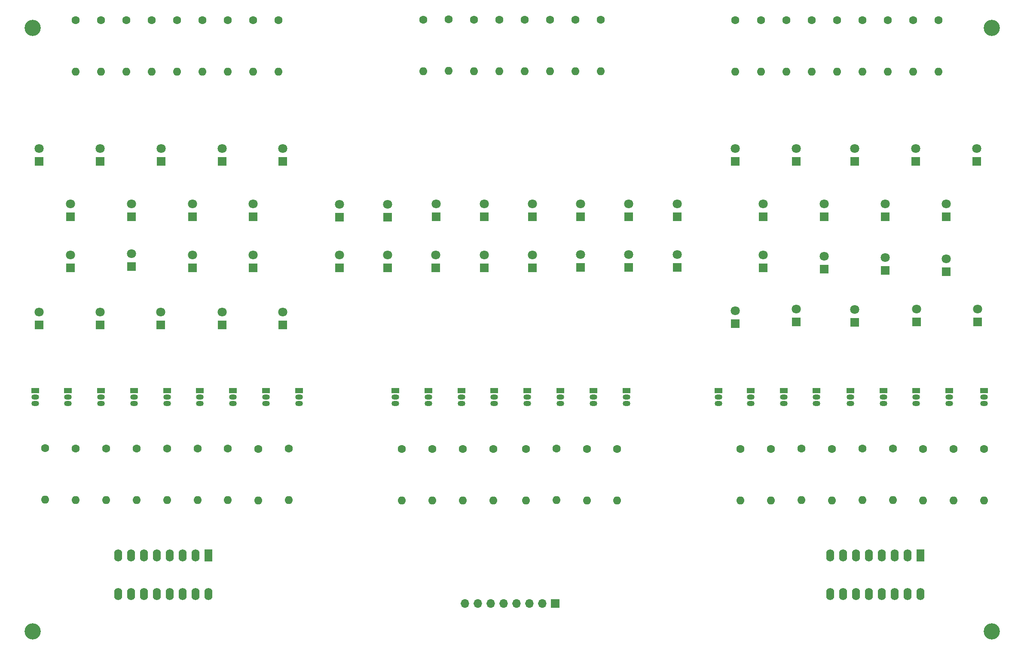
<source format=gbr>
%TF.GenerationSoftware,KiCad,Pcbnew,(6.0.2)*%
%TF.CreationDate,2023-10-08T18:11:24+02:00*%
%TF.ProjectId,kamizelka,6b616d69-7a65-46c6-9b61-2e6b69636164,rev?*%
%TF.SameCoordinates,Original*%
%TF.FileFunction,Soldermask,Bot*%
%TF.FilePolarity,Negative*%
%FSLAX46Y46*%
G04 Gerber Fmt 4.6, Leading zero omitted, Abs format (unit mm)*
G04 Created by KiCad (PCBNEW (6.0.2)) date 2023-10-08 18:11:24*
%MOMM*%
%LPD*%
G01*
G04 APERTURE LIST*
%ADD10C,1.600000*%
%ADD11O,1.600000X1.600000*%
%ADD12R,1.800000X1.800000*%
%ADD13C,1.800000*%
%ADD14R,1.500000X1.050000*%
%ADD15O,1.500000X1.050000*%
%ADD16R,1.600000X2.400000*%
%ADD17O,1.600000X2.400000*%
%ADD18R,1.700000X1.700000*%
%ADD19O,1.700000X1.700000*%
%ADD20C,3.200000*%
G04 APERTURE END LIST*
D10*
%TO.C,R46*%
X218500000Y-34420000D03*
D11*
X218500000Y-44580000D03*
%TD*%
D12*
%TO.C,D16*%
X98500000Y-83275000D03*
D13*
X98500000Y-80735000D03*
%TD*%
D10*
%TO.C,R22*%
X136990000Y-34310000D03*
D11*
X136990000Y-44470000D03*
%TD*%
D12*
%TO.C,D26*%
X143980000Y-83295000D03*
D13*
X143980000Y-80755000D03*
%TD*%
D12*
%TO.C,D28*%
X153490000Y-83315000D03*
D13*
X153490000Y-80775000D03*
%TD*%
D12*
%TO.C,D50*%
X235000000Y-84050000D03*
D13*
X235000000Y-81510000D03*
%TD*%
D10*
%TO.C,R34*%
X167000000Y-34340000D03*
D11*
X167000000Y-44500000D03*
%TD*%
D10*
%TO.C,R18*%
X103500000Y-34420000D03*
D11*
X103500000Y-44580000D03*
%TD*%
D14*
%TO.C,Q13*%
X146000000Y-107500000D03*
D15*
X146000000Y-108770000D03*
X146000000Y-110040000D03*
%TD*%
D10*
%TO.C,R44*%
X213500000Y-34420000D03*
D11*
X213500000Y-44580000D03*
%TD*%
D12*
%TO.C,D36*%
X193500000Y-94275000D03*
D13*
X193500000Y-91735000D03*
%TD*%
D10*
%TO.C,R41*%
X212500000Y-119000000D03*
D11*
X212500000Y-129160000D03*
%TD*%
D14*
%TO.C,Q17*%
X172000000Y-107500000D03*
D15*
X172000000Y-108770000D03*
X172000000Y-110040000D03*
%TD*%
D10*
%TO.C,R50*%
X228500000Y-34420000D03*
D11*
X228500000Y-44580000D03*
%TD*%
D14*
%TO.C,Q6*%
X88000000Y-107500000D03*
D15*
X88000000Y-108770000D03*
X88000000Y-110040000D03*
%TD*%
D12*
%TO.C,D40*%
X205500000Y-94000000D03*
D13*
X205500000Y-91460000D03*
%TD*%
D10*
%TO.C,R10*%
X83500000Y-34420000D03*
D11*
X83500000Y-44580000D03*
%TD*%
D12*
%TO.C,D45*%
X223000000Y-73275000D03*
D13*
X223000000Y-70735000D03*
%TD*%
D10*
%TO.C,R16*%
X98440000Y-34420000D03*
D11*
X98440000Y-44580000D03*
%TD*%
D10*
%TO.C,R47*%
X230500000Y-119000000D03*
D11*
X230500000Y-129160000D03*
%TD*%
D12*
%TO.C,D47*%
X229000000Y-62275000D03*
D13*
X229000000Y-59735000D03*
%TD*%
D10*
%TO.C,R27*%
X152210000Y-119000000D03*
D11*
X152210000Y-129160000D03*
%TD*%
D10*
%TO.C,R7*%
X75500000Y-118920000D03*
D11*
X75500000Y-129080000D03*
%TD*%
D16*
%TO.C,U2*%
X229960000Y-140040000D03*
D17*
X227420000Y-140040000D03*
X224880000Y-140040000D03*
X222340000Y-140040000D03*
X219800000Y-140040000D03*
X217260000Y-140040000D03*
X214720000Y-140040000D03*
X212180000Y-140040000D03*
X212180000Y-147660000D03*
X214720000Y-147660000D03*
X217260000Y-147660000D03*
X219800000Y-147660000D03*
X222340000Y-147660000D03*
X224880000Y-147660000D03*
X227420000Y-147660000D03*
X229960000Y-147660000D03*
%TD*%
D10*
%TO.C,R52*%
X233500000Y-34420000D03*
D11*
X233500000Y-44580000D03*
%TD*%
D12*
%TO.C,D46*%
X223000000Y-83775000D03*
D13*
X223000000Y-81235000D03*
%TD*%
D10*
%TO.C,R45*%
X224500000Y-118920000D03*
D11*
X224500000Y-129080000D03*
%TD*%
D12*
%TO.C,D30*%
X163000000Y-83255000D03*
D13*
X163000000Y-80715000D03*
%TD*%
D10*
%TO.C,R20*%
X132000000Y-34340000D03*
D11*
X132000000Y-44500000D03*
%TD*%
D12*
%TO.C,D51*%
X241000000Y-62275000D03*
D13*
X241000000Y-59735000D03*
%TD*%
D12*
%TO.C,D52*%
X241225000Y-94000000D03*
D13*
X241225000Y-91460000D03*
%TD*%
D12*
%TO.C,D5*%
X68290000Y-62275000D03*
D13*
X68290000Y-59735000D03*
%TD*%
D10*
%TO.C,R51*%
X242500000Y-119000000D03*
D11*
X242500000Y-129160000D03*
%TD*%
D14*
%TO.C,Q9*%
X107500000Y-107500000D03*
D15*
X107500000Y-108770000D03*
X107500000Y-110040000D03*
%TD*%
D14*
%TO.C,Q12*%
X139500000Y-107500000D03*
D15*
X139500000Y-108770000D03*
X139500000Y-110040000D03*
%TD*%
D10*
%TO.C,R26*%
X147000000Y-34340000D03*
D11*
X147000000Y-44500000D03*
%TD*%
D10*
%TO.C,R32*%
X162000000Y-34340000D03*
D11*
X162000000Y-44500000D03*
%TD*%
D10*
%TO.C,R8*%
X78500000Y-34420000D03*
D11*
X78500000Y-44580000D03*
%TD*%
D12*
%TO.C,D41*%
X211000000Y-73275000D03*
D13*
X211000000Y-70735000D03*
%TD*%
D12*
%TO.C,D21*%
X125000000Y-73280000D03*
D13*
X125000000Y-70740000D03*
%TD*%
D10*
%TO.C,R29*%
X158240000Y-118950000D03*
D11*
X158240000Y-129110000D03*
%TD*%
D12*
%TO.C,D9*%
X80330000Y-62275000D03*
D13*
X80330000Y-59735000D03*
%TD*%
D12*
%TO.C,D38*%
X199000000Y-83275000D03*
D13*
X199000000Y-80735000D03*
%TD*%
D12*
%TO.C,D15*%
X98500000Y-73275000D03*
D13*
X98500000Y-70735000D03*
%TD*%
D10*
%TO.C,R4*%
X68500000Y-34420000D03*
D11*
X68500000Y-44580000D03*
%TD*%
D10*
%TO.C,R21*%
X133760000Y-119080000D03*
D11*
X133760000Y-129240000D03*
%TD*%
D10*
%TO.C,R38*%
X198500000Y-34420000D03*
D11*
X198500000Y-44580000D03*
%TD*%
D12*
%TO.C,D23*%
X134500000Y-73275000D03*
D13*
X134500000Y-70735000D03*
%TD*%
D12*
%TO.C,D35*%
X193500000Y-62275000D03*
D13*
X193500000Y-59735000D03*
%TD*%
D14*
%TO.C,Q10*%
X126500000Y-107500000D03*
D15*
X126500000Y-108770000D03*
X126500000Y-110040000D03*
%TD*%
D12*
%TO.C,D10*%
X80300000Y-94545000D03*
D13*
X80300000Y-92005000D03*
%TD*%
D12*
%TO.C,D48*%
X229225000Y-94000000D03*
D13*
X229225000Y-91460000D03*
%TD*%
D18*
%TO.C,J1*%
X158000000Y-149500000D03*
D19*
X155460000Y-149500000D03*
X152920000Y-149500000D03*
X150380000Y-149500000D03*
X147840000Y-149500000D03*
X145300000Y-149500000D03*
X142760000Y-149500000D03*
X140220000Y-149500000D03*
%TD*%
D14*
%TO.C,Q20*%
X203000000Y-107500000D03*
D15*
X203000000Y-108770000D03*
X203000000Y-110040000D03*
%TD*%
D12*
%TO.C,D13*%
X92330000Y-62275000D03*
D13*
X92330000Y-59735000D03*
%TD*%
D10*
%TO.C,R11*%
X87500000Y-118920000D03*
D11*
X87500000Y-129080000D03*
%TD*%
D14*
%TO.C,Q7*%
X94500000Y-107500000D03*
D15*
X94500000Y-108770000D03*
X94500000Y-110040000D03*
%TD*%
D10*
%TO.C,R28*%
X152000000Y-34340000D03*
D11*
X152000000Y-44500000D03*
%TD*%
D12*
%TO.C,D39*%
X205500000Y-62275000D03*
D13*
X205500000Y-59735000D03*
%TD*%
D10*
%TO.C,R1*%
X57500000Y-118840000D03*
D11*
X57500000Y-129000000D03*
%TD*%
D14*
%TO.C,Q14*%
X152500000Y-107500000D03*
D15*
X152500000Y-108770000D03*
X152500000Y-110040000D03*
%TD*%
D10*
%TO.C,R36*%
X193500000Y-34420000D03*
D11*
X193500000Y-44580000D03*
%TD*%
D10*
%TO.C,R17*%
X105500000Y-118920000D03*
D11*
X105500000Y-129080000D03*
%TD*%
D14*
%TO.C,Q25*%
X235640000Y-107500000D03*
D15*
X235640000Y-108770000D03*
X235640000Y-110040000D03*
%TD*%
D10*
%TO.C,R5*%
X69500000Y-118920000D03*
D11*
X69500000Y-129080000D03*
%TD*%
D10*
%TO.C,R37*%
X200500000Y-119000000D03*
D11*
X200500000Y-129160000D03*
%TD*%
D10*
%TO.C,R24*%
X142000000Y-34340000D03*
D11*
X142000000Y-44500000D03*
%TD*%
D12*
%TO.C,D33*%
X182000000Y-73255000D03*
D13*
X182000000Y-70715000D03*
%TD*%
D14*
%TO.C,Q21*%
X209500000Y-107500000D03*
D15*
X209500000Y-108770000D03*
X209500000Y-110040000D03*
%TD*%
D20*
%TO.C,REF\u002A\u002A*%
X55000000Y-155000000D03*
%TD*%
D10*
%TO.C,R19*%
X127750000Y-119070000D03*
D11*
X127750000Y-129230000D03*
%TD*%
D10*
%TO.C,R6*%
X73500000Y-34420000D03*
D11*
X73500000Y-44580000D03*
%TD*%
D12*
%TO.C,D31*%
X172500000Y-73255000D03*
D13*
X172500000Y-70715000D03*
%TD*%
D14*
%TO.C,Q16*%
X165500000Y-107500000D03*
D15*
X165500000Y-108770000D03*
X165500000Y-110040000D03*
%TD*%
D10*
%TO.C,R15*%
X99500000Y-119000000D03*
D11*
X99500000Y-129160000D03*
%TD*%
D10*
%TO.C,R23*%
X139750000Y-119070000D03*
D11*
X139750000Y-129230000D03*
%TD*%
D14*
%TO.C,Q24*%
X229140000Y-107500000D03*
D15*
X229140000Y-108770000D03*
X229140000Y-110040000D03*
%TD*%
D12*
%TO.C,D2*%
X56300000Y-94545000D03*
D13*
X56300000Y-92005000D03*
%TD*%
D14*
%TO.C,Q4*%
X75000000Y-107500000D03*
D15*
X75000000Y-108770000D03*
X75000000Y-110040000D03*
%TD*%
D14*
%TO.C,Q19*%
X196500000Y-107500000D03*
D15*
X196500000Y-108770000D03*
X196500000Y-110040000D03*
%TD*%
D12*
%TO.C,D43*%
X217000000Y-62275000D03*
D13*
X217000000Y-59735000D03*
%TD*%
D16*
%TO.C,U1*%
X89700000Y-140030000D03*
D17*
X87160000Y-140030000D03*
X84620000Y-140030000D03*
X82080000Y-140030000D03*
X79540000Y-140030000D03*
X77000000Y-140030000D03*
X74460000Y-140030000D03*
X71920000Y-140030000D03*
X71920000Y-147650000D03*
X74460000Y-147650000D03*
X77000000Y-147650000D03*
X79540000Y-147650000D03*
X82080000Y-147650000D03*
X84620000Y-147650000D03*
X87160000Y-147650000D03*
X89700000Y-147650000D03*
%TD*%
D14*
%TO.C,Q11*%
X133000000Y-107500000D03*
D15*
X133000000Y-108770000D03*
X133000000Y-110040000D03*
%TD*%
D12*
%TO.C,D25*%
X144000000Y-73275000D03*
D13*
X144000000Y-70735000D03*
%TD*%
D12*
%TO.C,D7*%
X74500000Y-73275000D03*
D13*
X74500000Y-70735000D03*
%TD*%
D12*
%TO.C,D20*%
X115500000Y-83325000D03*
D13*
X115500000Y-80785000D03*
%TD*%
D12*
%TO.C,D11*%
X86500000Y-73275000D03*
D13*
X86500000Y-70735000D03*
%TD*%
D14*
%TO.C,Q26*%
X242500000Y-107500000D03*
D15*
X242500000Y-108770000D03*
X242500000Y-110040000D03*
%TD*%
D12*
%TO.C,D27*%
X153500000Y-73275000D03*
D13*
X153500000Y-70735000D03*
%TD*%
D14*
%TO.C,Q3*%
X68500000Y-107500000D03*
D15*
X68500000Y-108770000D03*
X68500000Y-110040000D03*
%TD*%
D10*
%TO.C,R40*%
X203500000Y-34420000D03*
D11*
X203500000Y-44580000D03*
%TD*%
D12*
%TO.C,D42*%
X211000000Y-83550000D03*
D13*
X211000000Y-81010000D03*
%TD*%
D12*
%TO.C,D29*%
X163000000Y-73255000D03*
D13*
X163000000Y-70715000D03*
%TD*%
D12*
%TO.C,D12*%
X86500000Y-83275000D03*
D13*
X86500000Y-80735000D03*
%TD*%
D12*
%TO.C,D18*%
X104340000Y-94545000D03*
D13*
X104340000Y-92005000D03*
%TD*%
D10*
%TO.C,R2*%
X63500000Y-34420000D03*
D11*
X63500000Y-44580000D03*
%TD*%
D10*
%TO.C,R42*%
X208500000Y-34420000D03*
D11*
X208500000Y-44580000D03*
%TD*%
D10*
%TO.C,R43*%
X218500000Y-118920000D03*
D11*
X218500000Y-129080000D03*
%TD*%
D14*
%TO.C,Q22*%
X216140000Y-107500000D03*
D15*
X216140000Y-108770000D03*
X216140000Y-110040000D03*
%TD*%
D10*
%TO.C,R33*%
X170210000Y-119000000D03*
D11*
X170210000Y-129160000D03*
%TD*%
D12*
%TO.C,D6*%
X68300000Y-94570000D03*
D13*
X68300000Y-92030000D03*
%TD*%
D10*
%TO.C,R31*%
X164210000Y-119000000D03*
D11*
X164210000Y-129160000D03*
%TD*%
D12*
%TO.C,D17*%
X104330000Y-62275000D03*
D13*
X104330000Y-59735000D03*
%TD*%
D20*
%TO.C,REF\u002A\u002A*%
X244000000Y-155000000D03*
%TD*%
D10*
%TO.C,R3*%
X63500000Y-118920000D03*
D11*
X63500000Y-129080000D03*
%TD*%
D10*
%TO.C,R49*%
X236500000Y-119000000D03*
D11*
X236500000Y-129160000D03*
%TD*%
D12*
%TO.C,D14*%
X92340000Y-94545000D03*
D13*
X92340000Y-92005000D03*
%TD*%
D10*
%TO.C,R9*%
X81500000Y-118920000D03*
D11*
X81500000Y-129080000D03*
%TD*%
D14*
%TO.C,Q1*%
X55500000Y-107500000D03*
D15*
X55500000Y-108770000D03*
X55500000Y-110040000D03*
%TD*%
D14*
%TO.C,Q5*%
X81500000Y-107500000D03*
D15*
X81500000Y-108770000D03*
X81500000Y-110040000D03*
%TD*%
D12*
%TO.C,D19*%
X115500000Y-73325000D03*
D13*
X115500000Y-70785000D03*
%TD*%
D12*
%TO.C,D22*%
X125000000Y-83325000D03*
D13*
X125000000Y-80785000D03*
%TD*%
D14*
%TO.C,Q8*%
X101000000Y-107500000D03*
D15*
X101000000Y-108770000D03*
X101000000Y-110040000D03*
%TD*%
D12*
%TO.C,D32*%
X172500000Y-83255000D03*
D13*
X172500000Y-80715000D03*
%TD*%
D20*
%TO.C,REF\u002A\u002A*%
X55000000Y-36000000D03*
%TD*%
D12*
%TO.C,D1*%
X56290000Y-62275000D03*
D13*
X56290000Y-59735000D03*
%TD*%
D20*
%TO.C,REF\u002A\u002A*%
X244000000Y-36000000D03*
%TD*%
D10*
%TO.C,R12*%
X88500000Y-34420000D03*
D11*
X88500000Y-44580000D03*
%TD*%
D12*
%TO.C,D34*%
X182000000Y-83255000D03*
D13*
X182000000Y-80715000D03*
%TD*%
D12*
%TO.C,D37*%
X199000000Y-73275000D03*
D13*
X199000000Y-70735000D03*
%TD*%
D12*
%TO.C,D44*%
X217000000Y-94040000D03*
D13*
X217000000Y-91500000D03*
%TD*%
D14*
%TO.C,Q18*%
X190140000Y-107500000D03*
D15*
X190140000Y-108770000D03*
X190140000Y-110040000D03*
%TD*%
D12*
%TO.C,D49*%
X235000000Y-73275000D03*
D13*
X235000000Y-70735000D03*
%TD*%
D10*
%TO.C,R48*%
X223500000Y-34420000D03*
D11*
X223500000Y-44580000D03*
%TD*%
D10*
%TO.C,R13*%
X93500000Y-118920000D03*
D11*
X93500000Y-129080000D03*
%TD*%
D12*
%TO.C,D8*%
X74500000Y-83060000D03*
D13*
X74500000Y-80520000D03*
%TD*%
D14*
%TO.C,Q15*%
X159000000Y-107500000D03*
D15*
X159000000Y-108770000D03*
X159000000Y-110040000D03*
%TD*%
D10*
%TO.C,R25*%
X145750000Y-119070000D03*
D11*
X145750000Y-129230000D03*
%TD*%
D10*
%TO.C,R14*%
X93440000Y-34420000D03*
D11*
X93440000Y-44580000D03*
%TD*%
D14*
%TO.C,Q2*%
X62000000Y-107500000D03*
D15*
X62000000Y-108770000D03*
X62000000Y-110040000D03*
%TD*%
D10*
%TO.C,R30*%
X157000000Y-34340000D03*
D11*
X157000000Y-44500000D03*
%TD*%
D12*
%TO.C,D4*%
X62500000Y-83275000D03*
D13*
X62500000Y-80735000D03*
%TD*%
D14*
%TO.C,Q23*%
X222640000Y-107500000D03*
D15*
X222640000Y-108770000D03*
X222640000Y-110040000D03*
%TD*%
D10*
%TO.C,R39*%
X206500000Y-118920000D03*
D11*
X206500000Y-129080000D03*
%TD*%
D12*
%TO.C,D3*%
X62500000Y-73275000D03*
D13*
X62500000Y-70735000D03*
%TD*%
D10*
%TO.C,R35*%
X194500000Y-119000000D03*
D11*
X194500000Y-129160000D03*
%TD*%
D12*
%TO.C,D24*%
X134470000Y-83290000D03*
D13*
X134470000Y-80750000D03*
%TD*%
M02*

</source>
